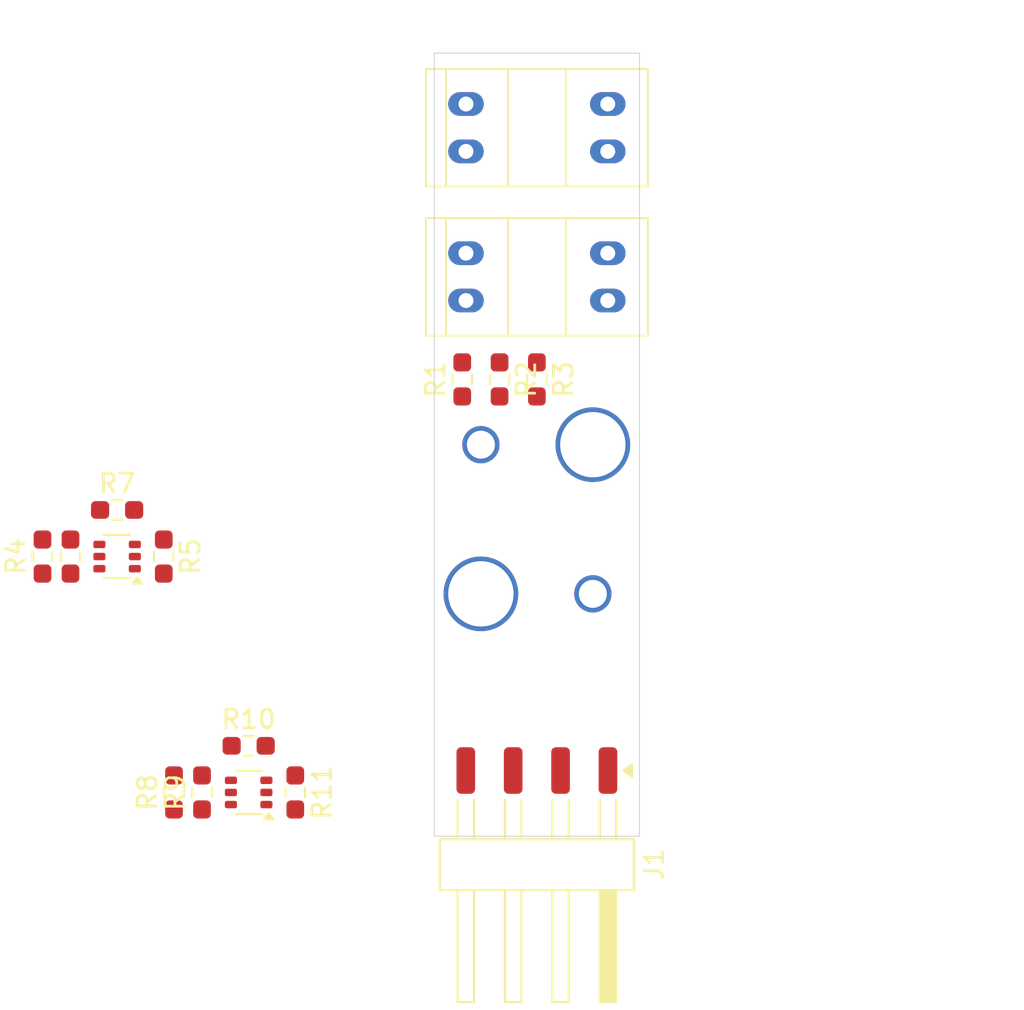
<source format=kicad_pcb>
(kicad_pcb (version 20241229) (generator "pcbnew") (generator_version "9.0")
  (layers (0 "F.Cu" signal) (2 "B.Cu" signal) (13 "F.Paste" user) (15 "B.Paste" user) (5 "F.SilkS" user "F.Silkscreen") (7 "B.SilkS" user "B.Silkscreen") (1 "F.Mask" user) (3 "B.Mask" user) (25 "Edge.Cuts" user))
  (net 0 "")
  (net 1 "VCC")
  (net 2 "GNDD")
  (net 3 "Net-(J1-Pin_1)")
  (net 4 "Net-(J1-Pin_2)")
  (net 5 "Net-(Q1-Pad1)")
  (net 6 "Net-(Q1-Pad2)")
  (net 7 "Net-(Q1-Pad5)")
  (net 8 "Net-(Q2-Pad1)")
  (net 9 "Net-(Q2-Pad5)")
  (net 10 "Net-(Q2-Pad2)")
  (net 11 "Net-(R1-Pad2)")
  (net 12 "Net-(R2-Pad1)")
  (net 13 "Net-(R3-Pad1)")
  (net 14 "Net-(U1-Pad1)")
  (footprint "Package_TO_SOT_SMD:SOT-363_SC-70-6" (layer "F.Cu") (at 133.05 111.65 180)
    (property "Reference" "Q2" (hide yes))
    (property "Value" "~")
    (fp_line (start -0.7 1.16) (end 0.7 1.16) (stroke (width 0.12)) (layer "F.SilkS"))
    (fp_line (start -0.71 -1.16) (end 0.7 -1.16) (stroke (width 0.12)) (layer "F.SilkS"))
    (fp_poly (pts (xy -1.08 -1.11) (xy -1.32 -1.44) (xy -0.84 -1.44) (xy -1.08 -1.11)) (stroke (width 0.12)) (fill yes) (layer "F.SilkS"))
    (pad "1" smd roundrect (at -0.95 -0.65 180) (size 0.65 0.4) (layers "F.Cu" "F.Mask" "F.Paste") (net 8 "Net-(Q2-Pad1)"))
    (pad "2" smd roundrect (at -0.95 0 180) (size 0.65 0.4) (layers "F.Cu" "F.Mask" "F.Paste") (net 10 "Net-(Q2-Pad2)"))
    (pad "3" smd roundrect (at -0.95 0.65 180) (size 0.65 0.4) (layers "F.Cu" "F.Mask" "F.Paste") (net 10 "Net-(Q2-Pad2)"))
    (pad "4" smd roundrect (at 0.95 0.65 180) (size 0.65 0.4) (layers "F.Cu" "F.Mask" "F.Paste") (net 8 "Net-(Q2-Pad1)"))
    (pad "5" smd roundrect (at 0.95 0 180) (size 0.65 0.4) (layers "F.Cu" "F.Mask" "F.Paste") (net 9 "Net-(Q2-Pad5)"))
    (pad "6" smd roundrect (at 0.95 -0.65 180) (size 0.65 0.4) (layers "F.Cu" "F.Mask" "F.Paste") (net 3 "Net-(J1-Pin_1)"))
  )
  (footprint "External_Parts:OPTO-THT-TCST1103" (layer "F.Cu") (at 148.5 84)
    (property "Reference" "U2")
    (property "Value" "~")
    (fp_line (start -4.875 -3.15) (end -4.875 3.15) (stroke (width 0.1)) (layer "F.SilkS"))
    (fp_line (start -1.55 -3.15) (end -1.55 3.15) (stroke (width 0.1)) (layer "F.SilkS"))
    (fp_line (start 1.55 -3.15) (end 1.55 3.15) (stroke (width 0.1)) (layer "F.SilkS"))
    (fp_rect (start -5.95 -3.15) (end 5.95 3.15) (stroke (width 0.1)) (fill no) (layer "F.SilkS"))
    (pad "1" thru_hole oval (at -3.8 -1.27) (size 1.905 1.27) (drill 0.8) (layers "*.Cu" "*.Mask") (net 11 "Net-(R1-Pad2)"))
    (pad "2" thru_hole oval (at -3.8 1.27) (size 1.905 1.27) (drill 0.8) (layers "*.Cu" "*.Mask") (net 14 "Net-(U1-Pad1)"))
    (pad "3" thru_hole oval (at 3.8 -1.27) (size 1.905 1.27) (drill 0.8) (layers "*.Cu" "*.Mask") (net 2 "GNDD"))
    (pad "4" thru_hole oval (at 3.8 1.27) (size 1.905 1.27) (drill 0.8) (layers "*.Cu" "*.Mask") (net 13 "Net-(R3-Pad1)"))
  )
  (footprint "Resistor_SMD:R_0603_1608Metric_Pad0.98x0.95mm_HandSolder" (layer "F.Cu") (at 135.55 111.65 -90)
    (property "Reference" "R11" (at 0 -1.43 90) (layer "F.SilkS"))
    (property "Value" "20")
    (fp_line (start -0.254724 0.5225) (end 0.254724 0.5225) (stroke (width 0.12)) (layer "F.SilkS"))
    (fp_line (start -0.254724 -0.5225) (end 0.254724 -0.5225) (stroke (width 0.12)) (layer "F.SilkS"))
    (pad "1" smd roundrect (at -0.9125 0 270) (size 0.975 0.95) (layers "F.Cu" "F.Mask" "F.Paste") (net 2 "GNDD"))
    (pad "2" smd roundrect (at 0.9125 0 270) (size 0.975 0.95) (layers "F.Cu" "F.Mask" "F.Paste") (net 8 "Net-(Q2-Pad1)"))
  )
  (footprint "Resistor_SMD:R_0603_1608Metric_Pad0.98x0.95mm_HandSolder" (layer "F.Cu") (at 122 99 90)
    (property "Reference" "R4" (at 0 -1.43 90) (layer "F.SilkS"))
    (property "Value" "10k")
    (fp_line (start -0.254724 -0.5225) (end 0.254724 -0.5225) (stroke (width 0.12)) (layer "F.SilkS"))
    (fp_line (start -0.254724 0.5225) (end 0.254724 0.5225) (stroke (width 0.12)) (layer "F.SilkS"))
    (pad "1" smd roundrect (at -0.9125 0 90) (size 0.975 0.95) (layers "F.Cu" "F.Mask" "F.Paste") (net 7 "Net-(Q1-Pad5)"))
    (pad "2" smd roundrect (at 0.9125 0 90) (size 0.975 0.95) (layers "F.Cu" "F.Mask" "F.Paste") (net 12 "Net-(R2-Pad1)"))
  )
  (footprint "Package_TO_SOT_SMD:SOT-363_SC-70-6" (layer "F.Cu") (at 126 99 180)
    (property "Reference" "Q1" (hide yes))
    (property "Value" "~")
    (fp_line (start -0.7 1.16) (end 0.7 1.16) (stroke (width 0.12)) (layer "F.SilkS"))
    (fp_line (start -0.71 -1.16) (end 0.7 -1.16) (stroke (width 0.12)) (layer "F.SilkS"))
    (fp_poly (pts (xy -1.08 -1.11) (xy -1.32 -1.44) (xy -0.84 -1.44) (xy -1.08 -1.11)) (stroke (width 0.12)) (fill yes) (layer "F.SilkS"))
    (pad "1" smd roundrect (at -0.95 -0.65 180) (size 0.65 0.4) (layers "F.Cu" "F.Mask" "F.Paste") (net 5 "Net-(Q1-Pad1)"))
    (pad "2" smd roundrect (at -0.95 0 180) (size 0.65 0.4) (layers "F.Cu" "F.Mask" "F.Paste") (net 6 "Net-(Q1-Pad2)"))
    (pad "3" smd roundrect (at -0.95 0.65 180) (size 0.65 0.4) (layers "F.Cu" "F.Mask" "F.Paste") (net 6 "Net-(Q1-Pad2)"))
    (pad "4" smd roundrect (at 0.95 0.65 180) (size 0.65 0.4) (layers "F.Cu" "F.Mask" "F.Paste") (net 5 "Net-(Q1-Pad1)"))
    (pad "5" smd roundrect (at 0.95 0 180) (size 0.65 0.4) (layers "F.Cu" "F.Mask" "F.Paste") (net 7 "Net-(Q1-Pad5)"))
    (pad "6" smd roundrect (at 0.95 -0.65 180) (size 0.65 0.4) (layers "F.Cu" "F.Mask" "F.Paste") (net 4 "Net-(J1-Pin_2)"))
  )
  (footprint "Resistor_SMD:R_0603_1608Metric_Pad0.98x0.95mm_HandSolder" (layer "F.Cu") (at 126 96.5)
    (property "Reference" "R7" (at 0 -1.43 0) (layer "F.SilkS"))
    (property "Value" "1k")
    (fp_line (start -0.254724 -0.5225) (end 0.254724 -0.5225) (stroke (width 0.12)) (layer "F.SilkS"))
    (fp_line (start -0.254724 0.5225) (end 0.254724 0.5225) (stroke (width 0.12)) (layer "F.SilkS"))
    (pad "1" smd roundrect (at -0.9125 0) (size 0.975 0.95) (layers "F.Cu" "F.Mask" "F.Paste") (net 1 "VCC"))
    (pad "2" smd roundrect (at 0.9125 0) (size 0.975 0.95) (layers "F.Cu" "F.Mask" "F.Paste") (net 6 "Net-(Q1-Pad2)"))
  )
  (footprint "Resistor_SMD:R_0603_1608Metric_Pad0.98x0.95mm_HandSolder" (layer "F.Cu") (at 129.05 111.65 90)
    (property "Reference" "R8" (at 0 -1.43 90) (layer "F.SilkS"))
    (property "Value" "10k")
    (fp_line (start -0.254724 -0.5225) (end 0.254724 -0.5225) (stroke (width 0.12)) (layer "F.SilkS"))
    (fp_line (start -0.254724 0.5225) (end 0.254724 0.5225) (stroke (width 0.12)) (layer "F.SilkS"))
    (pad "1" smd roundrect (at -0.9125 0 90) (size 0.975 0.95) (layers "F.Cu" "F.Mask" "F.Paste") (net 9 "Net-(Q2-Pad5)"))
    (pad "2" smd roundrect (at 0.9125 0 90) (size 0.975 0.95) (layers "F.Cu" "F.Mask" "F.Paste") (net 13 "Net-(R3-Pad1)"))
  )
  (footprint "Resistor_SMD:R_0603_1608Metric_Pad0.98x0.95mm_HandSolder" (layer "F.Cu") (at 133.05 109.15)
    (property "Reference" "R10" (at 0 -1.43 0) (layer "F.SilkS"))
    (property "Value" "1k")
    (fp_line (start -0.254724 -0.5225) (end 0.254724 -0.5225) (stroke (width 0.12)) (layer "F.SilkS"))
    (fp_line (start -0.254724 0.5225) (end 0.254724 0.5225) (stroke (width 0.12)) (layer "F.SilkS"))
    (pad "1" smd roundrect (at -0.9125 0) (size 0.975 0.95) (layers "F.Cu" "F.Mask" "F.Paste") (net 1 "VCC"))
    (pad "2" smd roundrect (at 0.9125 0) (size 0.975 0.95) (layers "F.Cu" "F.Mask" "F.Paste") (net 10 "Net-(Q2-Pad2)"))
  )
  (footprint "Resistor_SMD:R_0603_1608Metric_Pad0.98x0.95mm_HandSolder" (layer "F.Cu") (at 148.5 89.5 -90)
    (property "Reference" "R3" (at 0 -1.43 90) (layer "F.SilkS"))
    (property "Value" "1k15")
    (fp_line (start -0.254724 0.5225) (end 0.254724 0.5225) (stroke (width 0.12)) (layer "F.SilkS"))
    (fp_line (start -0.254724 -0.5225) (end 0.254724 -0.5225) (stroke (width 0.12)) (layer "F.SilkS"))
    (pad "1" smd roundrect (at -0.9125 0 270) (size 0.975 0.95) (layers "F.Cu" "F.Mask" "F.Paste") (net 13 "Net-(R3-Pad1)"))
    (pad "2" smd roundrect (at 0.9125 0 270) (size 0.975 0.95) (layers "F.Cu" "F.Mask" "F.Paste") (net 1 "VCC"))
  )
  (footprint "Resistor_SMD:R_0603_1608Metric_Pad0.98x0.95mm_HandSolder" (layer "F.Cu") (at 128.5 99 -90)
    (property "Reference" "R5" (at 0 -1.43 90) (layer "F.SilkS"))
    (property "Value" "20")
    (fp_line (start -0.254724 0.5225) (end 0.254724 0.5225) (stroke (width 0.12)) (layer "F.SilkS"))
    (fp_line (start -0.254724 -0.5225) (end 0.254724 -0.5225) (stroke (width 0.12)) (layer "F.SilkS"))
    (pad "1" smd roundrect (at -0.9125 0 270) (size 0.975 0.95) (layers "F.Cu" "F.Mask" "F.Paste") (net 2 "GNDD"))
    (pad "2" smd roundrect (at 0.9125 0 270) (size 0.975 0.95) (layers "F.Cu" "F.Mask" "F.Paste") (net 5 "Net-(Q1-Pad1)"))
  )
  (footprint "Connector_Harwin:Harwin_M20-89004xx_1x04_P2.54mm_Horizontal" (layer "F.Cu") (at 148.5 116 -90)
    (property "Reference" "J1" (at -0.48 -6.28 90) (layer "F.SilkS"))
    (property "Value" "Conn_01x04_Pin")
    (fp_line (start -1.845 5.2) (end -1.845 -5.2) (stroke (width 0.12)) (layer "F.SilkS"))
    (fp_line (start 0.895 5.2) (end -1.845 5.2) (stroke (width 0.12)) (layer "F.SilkS"))
    (fp_line (start -3.955 4.25) (end -1.845 4.25) (stroke (width 0.12)) (layer "F.SilkS"))
    (fp_line (start 6.895 4.25) (end 0.895 4.25) (stroke (width 0.12)) (layer "F.SilkS"))
    (fp_line (start -3.955 3.37) (end -1.845 3.37) (stroke (width 0.12)) (layer "F.SilkS"))
    (fp_line (start 0.895 3.37) (end 6.895 3.37) (stroke (width 0.12)) (layer "F.SilkS"))
    (fp_line (start 6.895 3.37) (end 6.895 4.25) (stroke (width 0.12)) (layer "F.SilkS"))
    (fp_line (start -3.955 1.71) (end -1.845 1.71) (stroke (width 0.12)) (layer "F.SilkS"))
    (fp_line (start 6.895 1.71) (end 0.895 1.71) (stroke (width 0.12)) (layer "F.SilkS"))
    (fp_line (start -3.955 0.83) (end -1.845 0.83) (stroke (width 0.12)) (layer "F.SilkS"))
    (fp_line (start 0.895 0.83) (end 6.895 0.83) (stroke (width 0.12)) (layer "F.SilkS"))
    (fp_line (start 6.895 0.83) (end 6.895 1.71) (stroke (width 0.12)) (layer "F.SilkS"))
    (fp_line (start -3.955 -0.83) (end -1.845 -0.83) (stroke (width 0.12)) (layer "F.SilkS"))
    (fp_line (start 6.895 -0.83) (end 0.895 -0.83) (stroke (width 0.12)) (layer "F.SilkS"))
    (fp_line (start -3.955 -1.71) (end -1.845 -1.71) (stroke (width 0.12)) (layer "F.SilkS"))
    (fp_line (start 0.895 -1.71) (end 6.895 -1.71) (stroke (width 0.12)) (layer "F.SilkS"))
    (fp_line (start 6.895 -1.71) (end 6.895 -0.83) (stroke (width 0.12)) (layer "F.SilkS"))
    (fp_line (start -3.955 -3.37) (end -1.845 -3.37) (stroke (width 0.12)) (layer "F.SilkS"))
    (fp_line (start -3.955 -4.25) (end -1.845 -4.25) (stroke (width 0.12)) (layer "F.SilkS"))
    (fp_line (start -1.845 -5.2) (end 0.895 -5.2) (stroke (width 0.12)) (layer "F.SilkS"))
    (fp_line (start 0.895 -5.2) (end 0.895 5.2) (stroke (width 0.12)) (layer "F.SilkS"))
    (fp_rect (start 0.895 -4.25) (end 6.895 -3.37) (stroke (width 0.12)) (fill yes) (layer "F.SilkS"))
    (fp_poly (pts (xy -5.525 -4.63) (xy -5.865 -5.1) (xy -5.185 -5.1)) (stroke (width 0.12)) (fill yes) (layer "F.SilkS"))
    (pad "1" smd roundrect (at -5.525 -3.81 270) (size 2.5 1) (layers "F.Cu" "F.Mask" "F.Paste") (net 3 "Net-(J1-Pin_1)"))
    (pad "2" smd roundrect (at -5.525 -1.27 270) (size 2.5 1) (layers "F.Cu" "F.Mask" "F.Paste") (net 4 "Net-(J1-Pin_2)"))
    (pad "3" smd roundrect (at -5.525 1.27 270) (size 2.5 1) (layers "F.Cu" "F.Mask" "F.Paste") (net 2 "GNDD"))
    (pad "4" smd roundrect (at -5.525 3.81 270) (size 2.5 1) (layers "F.Cu" "F.Mask" "F.Paste") (net 1 "VCC"))
  )
  (footprint "Resistor_SMD:R_0603_1608Metric_Pad0.98x0.95mm_HandSolder" (layer "F.Cu") (at 130.55 111.65 90)
    (property "Reference" "R9" (at 0 -1.43 90) (layer "F.SilkS"))
    (property "Value" "1k")
    (fp_line (start -0.254724 -0.5225) (end 0.254724 -0.5225) (stroke (width 0.12)) (layer "F.SilkS"))
    (fp_line (start -0.254724 0.5225) (end 0.254724 0.5225) (stroke (width 0.12)) (layer "F.SilkS"))
    (pad "1" smd roundrect (at -0.9125 0 90) (size 0.975 0.95) (layers "F.Cu" "F.Mask" "F.Paste") (net 3 "Net-(J1-Pin_1)"))
    (pad "2" smd roundrect (at 0.9125 0 90) (size 0.975 0.95) (layers "F.Cu" "F.Mask" "F.Paste") (net 1 "VCC"))
  )
  (footprint "Resistor_SMD:R_0603_1608Metric_Pad0.98x0.95mm_HandSolder" (layer "F.Cu") (at 123.5 99 90)
    (property "Reference" "R6" (hide yes))
    (property "Value" "1k")
    (fp_line (start -0.254724 -0.5225) (end 0.254724 -0.5225) (stroke (width 0.12)) (layer "F.SilkS"))
    (fp_line (start -0.254724 0.5225) (end 0.254724 0.5225) (stroke (width 0.12)) (layer "F.SilkS"))
    (pad "1" smd roundrect (at -0.9125 0 90) (size 0.975 0.95) (layers "F.Cu" "F.Mask" "F.Paste") (net 4 "Net-(J1-Pin_2)"))
    (pad "2" smd roundrect (at 0.9125 0 90) (size 0.975 0.95) (layers "F.Cu" "F.Mask" "F.Paste") (net 1 "VCC"))
  )
  (footprint "External_Parts:OPTO-THT-TCST1103" (layer "F.Cu") (at 148.5 76)
    (property "Reference" "U1")
    (property "Value" "~")
    (fp_line (start -4.875 -3.15) (end -4.875 3.15) (stroke (width 0.1)) (layer "F.SilkS"))
    (fp_line (start -1.55 -3.15) (end -1.55 3.15) (stroke (width 0.1)) (layer "F.SilkS"))
    (fp_line (start 1.55 -3.15) (end 1.55 3.15) (stroke (width 0.1)) (layer "F.SilkS"))
    (fp_rect (start -5.95 -3.15) (end 5.95 3.15) (stroke (width 0.1)) (fill no) (layer "F.SilkS"))
    (pad "1" thru_hole oval (at -3.8 -1.27) (size 1.905 1.27) (drill 0.8) (layers "*.Cu" "*.Mask") (net 14 "Net-(U1-Pad1)"))
    (pad "2" thru_hole oval (at -3.8 1.27) (size 1.905 1.27) (drill 0.8) (layers "*.Cu" "*.Mask") (net 2 "GNDD"))
    (pad "3" thru_hole oval (at 3.8 -1.27) (size 1.905 1.27) (drill 0.8) (layers "*.Cu" "*.Mask") (net 2 "GNDD"))
    (pad "4" thru_hole oval (at 3.8 1.27) (size 1.905 1.27) (drill 0.8) (layers "*.Cu" "*.Mask") (net 12 "Net-(R2-Pad1)"))
  )
  (footprint "Resistor_SMD:R_0603_1608Metric_Pad0.98x0.95mm_HandSolder" (layer "F.Cu") (at 146.5 89.5 -90)
    (property "Reference" "R2" (at 0 -1.43 90) (layer "F.SilkS"))
    (property "Value" "1k15")
    (fp_line (start -0.254724 0.5225) (end 0.254724 0.5225) (stroke (width 0.12)) (layer "F.SilkS"))
    (fp_line (start -0.254724 -0.5225) (end 0.254724 -0.5225) (stroke (width 0.12)) (layer "F.SilkS"))
    (pad "1" smd roundrect (at -0.9125 0 270) (size 0.975 0.95) (layers "F.Cu" "F.Mask" "F.Paste") (net 12 "Net-(R2-Pad1)"))
    (pad "2" smd roundrect (at 0.9125 0 270) (size 0.975 0.95) (layers "F.Cu" "F.Mask" "F.Paste") (net 1 "VCC"))
  )
  (footprint "Resistor_SMD:R_0603_1608Metric_Pad0.98x0.95mm_HandSolder" (layer "F.Cu") (at 144.5 89.5 90)
    (property "Reference" "R1" (at 0 -1.43 90) (layer "F.SilkS"))
    (property "Value" "68")
    (fp_line (start -0.254724 -0.5225) (end 0.254724 -0.5225) (stroke (width 0.12)) (layer "F.SilkS"))
    (fp_line (start -0.254724 0.5225) (end 0.254724 0.5225) (stroke (width 0.12)) (layer "F.SilkS"))
    (pad "1" smd roundrect (at -0.9125 0 90) (size 0.975 0.95) (layers "F.Cu" "F.Mask" "F.Paste") (net 1 "VCC"))
    (pad "2" smd roundrect (at 0.9125 0 90) (size 0.975 0.95) (layers "F.Cu" "F.Mask" "F.Paste") (net 11 "Net-(R1-Pad2)"))
  )
  (gr_rect (start 143 72) (end 154 114) (stroke (width 0.05)) (fill no) (layer "Edge.Cuts"))
  (via (at 151.5 101) (size 2) (drill 1.5) (layers "F.Cu" "B.Cu") (net 0))
  (via (at 145.5 93) (size 2) (drill 1.5) (layers "F.Cu" "B.Cu") (net 0))
  (via (at 151.5 93) (size 4) (drill 3.5) (layers "F.Cu" "B.Cu") (net 0))
  (via (at 145.5 101) (size 4) (drill 3.5) (layers "F.Cu" "B.Cu") (net 0))
)
</source>
